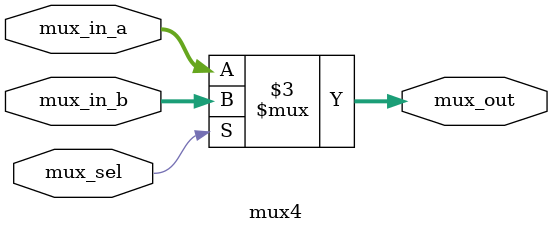
<source format=v>

module mux4 (mux_in_a, mux_in_b, mux_sel, mux_out);

	input [3:0] mux_in_a, mux_in_b;
	input mux_sel;
	
	output [3:0] mux_out;
	reg [3:0] mux_out;
	
	always@(mux_sel, mux_in_a, mux_in_b)begin
		if (mux_sel)
			mux_out <= mux_in_b;
		else
			mux_out <= mux_in_a;
	end 
	

endmodule
</source>
